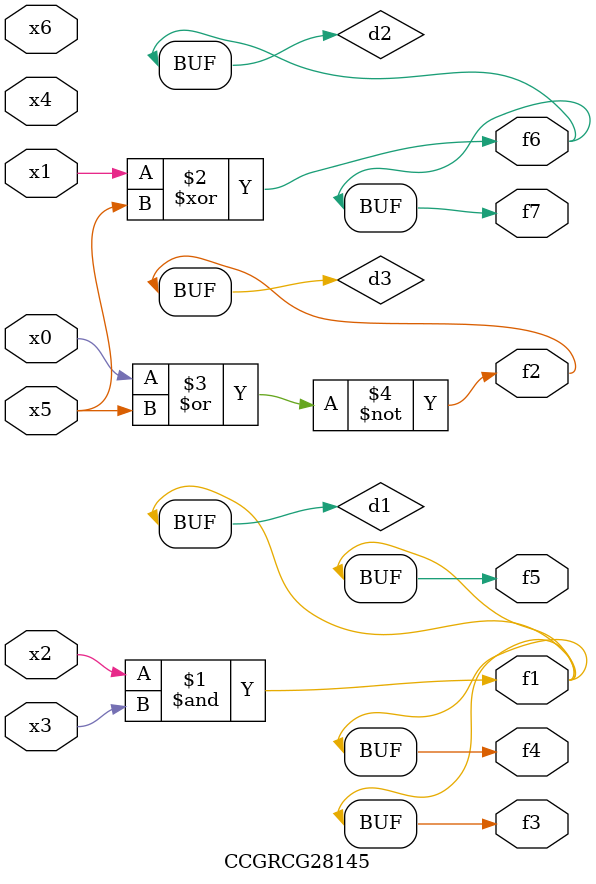
<source format=v>
module CCGRCG28145(
	input x0, x1, x2, x3, x4, x5, x6,
	output f1, f2, f3, f4, f5, f6, f7
);

	wire d1, d2, d3;

	and (d1, x2, x3);
	xor (d2, x1, x5);
	nor (d3, x0, x5);
	assign f1 = d1;
	assign f2 = d3;
	assign f3 = d1;
	assign f4 = d1;
	assign f5 = d1;
	assign f6 = d2;
	assign f7 = d2;
endmodule

</source>
